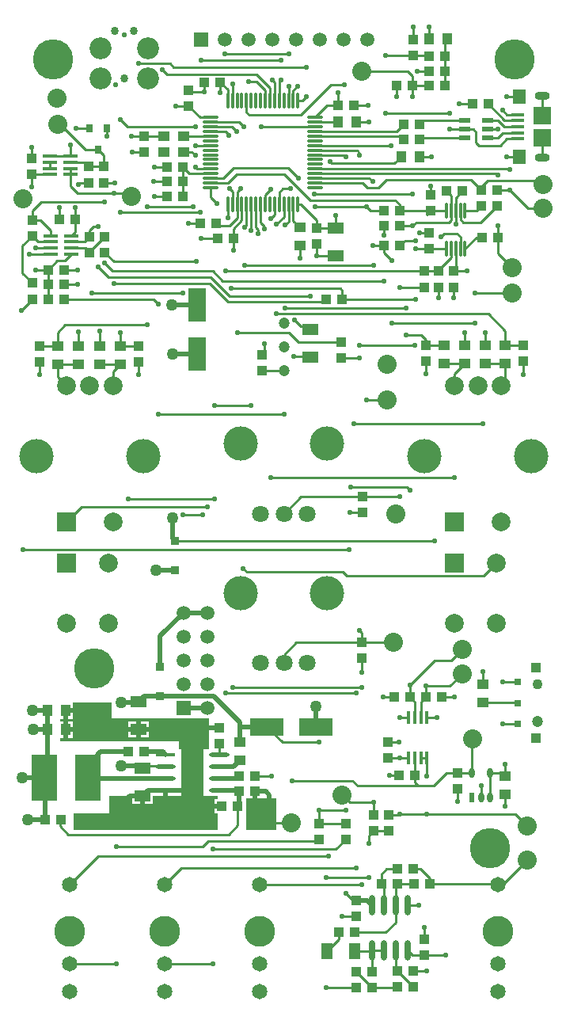
<source format=gtl>
G04*
G04 #@! TF.GenerationSoftware,Altium Limited,CircuitStudio,1.5.1 (13)*
G04*
G04 Layer_Physical_Order=1*
G04 Layer_Color=11767835*
%FSLAX44Y44*%
%MOMM*%
G71*
G01*
G75*
%ADD10R,0.4318X1.4224*%
%ADD11R,0.9500X0.9000*%
%ADD12R,1.3000X1.0500*%
%ADD13R,1.1999X0.5999*%
%ADD14R,1.1000X1.0000*%
%ADD15R,1.3500X0.4000*%
%ADD16R,1.4000X1.6000*%
%ADD17R,1.9000X1.9000*%
%ADD18R,1.0000X1.1000*%
%ADD19R,1.0500X1.3000*%
%ADD20R,1.5500X0.4500*%
%ADD21R,0.8000X0.9000*%
%ADD22R,1.7500X1.1500*%
%ADD23O,0.3000X1.7000*%
%ADD24R,2.7000X4.8999*%
%ADD25O,1.8000X0.3000*%
%ADD26O,0.3000X1.8000*%
%ADD27R,1.3000X1.1000*%
%ADD28O,0.6000X2.2000*%
%ADD29R,1.1500X1.7500*%
%ADD30R,3.5500X1.8500*%
%ADD31R,1.8500X3.5500*%
%ADD32O,2.1500X0.4500*%
%ADD33R,2.1500X0.4500*%
%ADD34R,2.4000X3.1000*%
%ADD35O,0.6000X1.1000*%
%ADD36R,0.6000X1.1000*%
%ADD37R,0.8000X0.8000*%
%ADD38R,1.0000X1.0000*%
%ADD39C,0.5080*%
%ADD40C,0.2540*%
%ADD41R,2.4384X5.3340*%
%ADD42R,3.2004X3.4290*%
%ADD43C,2.0320*%
%ADD44C,4.3000*%
%ADD45O,1.6000X0.9000*%
%ADD46R,2.0000X2.0000*%
%ADD47C,2.0000*%
%ADD48R,2.0000X2.0000*%
%ADD49C,3.6619*%
%ADD50C,1.5000*%
%ADD51R,1.5000X1.5000*%
%ADD52C,0.8636*%
%ADD53C,2.3368*%
%ADD54R,1.5000X1.5000*%
%ADD55C,1.2000*%
%ADD56C,1.8001*%
%ADD57C,1.6501*%
%ADD58C,3.3000*%
%ADD59C,1.1000*%
%ADD60C,0.5080*%
%ADD61C,0.5588*%
%ADD62C,1.2700*%
G36*
X367284Y580644D02*
Y563372D01*
X471170D01*
Y530606D01*
X439420D01*
Y539242D01*
X312166D01*
Y542648D01*
X315312D01*
Y551688D01*
Y560728D01*
X312166D01*
Y563222D01*
X315312D01*
Y572262D01*
X317852D01*
Y574802D01*
X325642D01*
Y580898D01*
X367030D01*
X367284Y580644D01*
D02*
G37*
G36*
X480568Y477440D02*
X477236D01*
Y472440D01*
X485276D01*
Y467360D01*
X477236D01*
Y462360D01*
X480568D01*
Y444754D01*
X326898D01*
Y462534D01*
X364236D01*
X364744Y463042D01*
Y481076D01*
X389014D01*
Y472514D01*
X397764D01*
Y480804D01*
X402844D01*
Y472514D01*
X411594D01*
Y481076D01*
X480568D01*
Y477440D01*
D02*
G37*
%LPC*%
G36*
X393700Y549384D02*
X384950D01*
Y543634D01*
X393700D01*
Y549384D01*
D02*
G37*
G36*
X325642Y549148D02*
X320392D01*
Y542648D01*
X325642D01*
Y549148D01*
D02*
G37*
G36*
X407530Y549384D02*
X398780D01*
Y543634D01*
X407530D01*
Y549384D01*
D02*
G37*
G36*
Y560214D02*
X398780D01*
Y554464D01*
X407530D01*
Y560214D01*
D02*
G37*
G36*
X325642Y569722D02*
X320392D01*
Y563222D01*
X325642D01*
Y569722D01*
D02*
G37*
G36*
Y560728D02*
X320392D01*
Y554228D01*
X325642D01*
Y560728D01*
D02*
G37*
G36*
X393700Y560214D02*
X384950D01*
Y554464D01*
X393700D01*
Y560214D01*
D02*
G37*
%LPD*%
D10*
X685194Y564769D02*
D03*
X691694D02*
D03*
X698194D02*
D03*
X704694D02*
D03*
Y521335D02*
D03*
X698194D02*
D03*
X691694D02*
D03*
X685194D02*
D03*
D11*
X419100Y618744D02*
D03*
Y587244D02*
D03*
X435102Y722118D02*
D03*
Y753618D02*
D03*
D12*
X764540Y580546D02*
D03*
Y600046D02*
D03*
X788416Y962338D02*
D03*
Y942838D02*
D03*
X744916Y962338D02*
D03*
Y942838D02*
D03*
X722869Y962338D02*
D03*
Y942838D02*
D03*
X331963Y942584D02*
D03*
Y962084D02*
D03*
X354417D02*
D03*
Y942584D02*
D03*
X766963Y962338D02*
D03*
Y942838D02*
D03*
X309510Y942584D02*
D03*
Y962084D02*
D03*
X376870Y942584D02*
D03*
Y962084D02*
D03*
X504190Y538070D02*
D03*
Y518570D02*
D03*
X788416Y502256D02*
D03*
Y482756D02*
D03*
X568960Y1088488D02*
D03*
Y1068988D02*
D03*
D13*
X769673Y1184300D02*
D03*
Y1193800D02*
D03*
Y1203299D02*
D03*
X744675D02*
D03*
Y1193800D02*
D03*
Y1184300D02*
D03*
D14*
X696586Y1182624D02*
D03*
X679586D02*
D03*
X696586Y1198372D02*
D03*
X679586D02*
D03*
X752992Y1220470D02*
D03*
X769992D02*
D03*
X723528Y1240012D02*
D03*
X706528D02*
D03*
X706528Y1271762D02*
D03*
X723528D02*
D03*
X689238Y1240012D02*
D03*
X672238D02*
D03*
X299602Y1011682D02*
D03*
X316602D02*
D03*
X316602Y1027430D02*
D03*
X299602D02*
D03*
X299602Y1043178D02*
D03*
X316602D02*
D03*
X328794Y1097534D02*
D03*
X311794D02*
D03*
X658504Y1106424D02*
D03*
X675504D02*
D03*
X658504Y1068832D02*
D03*
X675504D02*
D03*
X780406Y1077976D02*
D03*
X763406D02*
D03*
X703462Y586486D02*
D03*
X720462D02*
D03*
X686172D02*
D03*
X669172D02*
D03*
X723528Y1255760D02*
D03*
X706528D02*
D03*
X443602Y1137412D02*
D03*
X426602D02*
D03*
X443348Y1153414D02*
D03*
X426348D02*
D03*
X479416Y1092708D02*
D03*
X462416D02*
D03*
X609482Y1219454D02*
D03*
X626482D02*
D03*
X483734Y1243838D02*
D03*
X466734D02*
D03*
X658504Y1090168D02*
D03*
X675504D02*
D03*
X385200Y527812D02*
D03*
X402200D02*
D03*
X296554Y455168D02*
D03*
X313554D02*
D03*
X520310Y501650D02*
D03*
X503310D02*
D03*
X520310Y485902D02*
D03*
X503310D02*
D03*
X502276Y469900D02*
D03*
X485276D02*
D03*
X742306Y1127252D02*
D03*
X725306D02*
D03*
X480450Y1076452D02*
D03*
X497450D02*
D03*
X672710Y386588D02*
D03*
X655710D02*
D03*
X610498Y334772D02*
D03*
X627498D02*
D03*
X690508Y386588D02*
D03*
X707508D02*
D03*
X646040Y292608D02*
D03*
X629040D02*
D03*
X672982Y276352D02*
D03*
X689982D02*
D03*
X672728Y293624D02*
D03*
X689728D02*
D03*
X672728Y402844D02*
D03*
X689728D02*
D03*
X629040Y276098D02*
D03*
X646040D02*
D03*
X597036Y1011682D02*
D03*
X614036D02*
D03*
X426856Y1121410D02*
D03*
X443856D02*
D03*
X691506Y502920D02*
D03*
X674506D02*
D03*
D15*
X801290Y1183340D02*
D03*
Y1189840D02*
D03*
Y1196340D02*
D03*
Y1202840D02*
D03*
Y1209340D02*
D03*
D16*
X803540Y1164340D02*
D03*
Y1228340D02*
D03*
D17*
X828040Y1184340D02*
D03*
Y1208340D02*
D03*
D18*
X690000Y1289250D02*
D03*
Y1272250D02*
D03*
X588772Y451594D02*
D03*
Y434594D02*
D03*
X617982Y451594D02*
D03*
Y434594D02*
D03*
X359156Y1136532D02*
D03*
Y1153532D02*
D03*
X343154Y1136532D02*
D03*
Y1153532D02*
D03*
X281940Y1145168D02*
D03*
Y1162168D02*
D03*
X282448Y1079382D02*
D03*
Y1096382D02*
D03*
X282956Y1012072D02*
D03*
Y1029072D02*
D03*
X359918Y1061856D02*
D03*
Y1078856D02*
D03*
X343916Y1061856D02*
D03*
Y1078856D02*
D03*
X635254Y644770D02*
D03*
Y627770D02*
D03*
X636016Y800726D02*
D03*
Y783726D02*
D03*
X290068Y962074D02*
D03*
Y945074D02*
D03*
X807974Y962270D02*
D03*
Y945270D02*
D03*
X703580Y962270D02*
D03*
Y945270D02*
D03*
X396240Y962074D02*
D03*
Y945074D02*
D03*
X779272Y1128640D02*
D03*
Y1111640D02*
D03*
X762508Y1128640D02*
D03*
Y1111640D02*
D03*
X528066Y952618D02*
D03*
Y935618D02*
D03*
X449580Y1218574D02*
D03*
Y1235574D02*
D03*
X586740Y1088254D02*
D03*
Y1071254D02*
D03*
X482600Y553330D02*
D03*
Y536330D02*
D03*
X733298Y1041772D02*
D03*
Y1024772D02*
D03*
X402336Y1185790D02*
D03*
Y1168790D02*
D03*
X708152Y1123306D02*
D03*
Y1106306D02*
D03*
X707136Y1082920D02*
D03*
Y1065920D02*
D03*
X717296Y1024772D02*
D03*
Y1041772D02*
D03*
X737362Y505070D02*
D03*
Y488070D02*
D03*
X647954Y460874D02*
D03*
Y443874D02*
D03*
X663956Y460874D02*
D03*
Y443874D02*
D03*
X701548Y1024772D02*
D03*
Y1041772D02*
D03*
X612902Y949198D02*
D03*
Y966198D02*
D03*
X628904Y352180D02*
D03*
Y369180D02*
D03*
X701802Y327778D02*
D03*
Y310778D02*
D03*
X662432Y521090D02*
D03*
Y538090D02*
D03*
D19*
X726000Y1290000D02*
D03*
X706500D02*
D03*
X298352Y551688D02*
D03*
X317852D02*
D03*
X298352Y572262D02*
D03*
X317852D02*
D03*
X609502Y1201674D02*
D03*
X629002D02*
D03*
X677320Y1164336D02*
D03*
X696820D02*
D03*
D20*
X323416Y1145188D02*
D03*
Y1151688D02*
D03*
Y1158188D02*
D03*
Y1164688D02*
D03*
X300916Y1145188D02*
D03*
Y1151688D02*
D03*
Y1158188D02*
D03*
Y1164688D02*
D03*
X301932Y1079598D02*
D03*
Y1073098D02*
D03*
Y1066598D02*
D03*
Y1060098D02*
D03*
X324432Y1079598D02*
D03*
Y1073098D02*
D03*
Y1066598D02*
D03*
Y1060098D02*
D03*
D21*
X362306Y1194382D02*
D03*
X343306D02*
D03*
X352806Y1171882D02*
D03*
D22*
X579628Y949688D02*
D03*
Y979188D02*
D03*
X606806Y1088154D02*
D03*
Y1058654D02*
D03*
X396240Y551924D02*
D03*
Y581424D02*
D03*
X400304Y480804D02*
D03*
Y510304D02*
D03*
D23*
X745330Y1106858D02*
D03*
X740330D02*
D03*
X735330D02*
D03*
X730330D02*
D03*
X725330D02*
D03*
X745330Y1065858D02*
D03*
X740330D02*
D03*
X735330D02*
D03*
X730330D02*
D03*
X725330D02*
D03*
D24*
X341516Y499872D02*
D03*
X295516D02*
D03*
D25*
X473582Y1206154D02*
D03*
Y1201154D02*
D03*
Y1196154D02*
D03*
Y1191154D02*
D03*
Y1186154D02*
D03*
Y1181154D02*
D03*
Y1176154D02*
D03*
Y1171154D02*
D03*
Y1166154D02*
D03*
Y1161154D02*
D03*
Y1156154D02*
D03*
Y1151154D02*
D03*
Y1146154D02*
D03*
Y1141154D02*
D03*
Y1136154D02*
D03*
Y1131154D02*
D03*
X584582D02*
D03*
Y1136154D02*
D03*
Y1141154D02*
D03*
Y1146154D02*
D03*
Y1151154D02*
D03*
Y1156154D02*
D03*
Y1161154D02*
D03*
Y1166154D02*
D03*
Y1171154D02*
D03*
Y1176154D02*
D03*
Y1181154D02*
D03*
Y1186154D02*
D03*
Y1191154D02*
D03*
Y1196154D02*
D03*
Y1201154D02*
D03*
Y1206154D02*
D03*
D26*
X491582Y1113154D02*
D03*
X496582D02*
D03*
X501582D02*
D03*
X506582D02*
D03*
X511582D02*
D03*
X516582D02*
D03*
X521582D02*
D03*
X526582D02*
D03*
X531582D02*
D03*
X536582D02*
D03*
X541582D02*
D03*
X546582D02*
D03*
X551582D02*
D03*
X556582D02*
D03*
X561582D02*
D03*
X566582D02*
D03*
Y1224154D02*
D03*
X561582D02*
D03*
X556582D02*
D03*
X551582D02*
D03*
X546582D02*
D03*
X541582D02*
D03*
X536582D02*
D03*
X531582D02*
D03*
X526582D02*
D03*
X521582D02*
D03*
X516582D02*
D03*
X511582D02*
D03*
X506582D02*
D03*
X501582D02*
D03*
X496582D02*
D03*
X491582D02*
D03*
D27*
X423340Y1169294D02*
D03*
Y1185794D02*
D03*
X444340Y1169294D02*
D03*
Y1185794D02*
D03*
D28*
X684276Y363852D02*
D03*
X671576D02*
D03*
X658876D02*
D03*
X646176D02*
D03*
X684276Y315852D02*
D03*
X671576D02*
D03*
X658876D02*
D03*
X646176D02*
D03*
D29*
X626890Y314706D02*
D03*
X597390D02*
D03*
D30*
X533312Y554736D02*
D03*
X585812D02*
D03*
D31*
X458724Y953428D02*
D03*
Y1005928D02*
D03*
D32*
X482460Y487090D02*
D03*
Y499790D02*
D03*
Y512490D02*
D03*
Y525190D02*
D03*
X424960Y487090D02*
D03*
Y499790D02*
D03*
Y512490D02*
D03*
D33*
Y525190D02*
D03*
D34*
X453710Y506140D02*
D03*
D35*
X771856Y505044D02*
D03*
X752856D02*
D03*
X771856Y479044D02*
D03*
X762356D02*
D03*
D36*
X752856D02*
D03*
D37*
X802000Y557750D02*
D03*
Y580250D02*
D03*
Y602750D02*
D03*
D38*
X821001Y542750D02*
D03*
Y617750D02*
D03*
D39*
X447630Y487090D02*
X464820Y469900D01*
X424960Y487090D02*
X447630D01*
X406590D02*
X424960D01*
X400304Y480804D02*
X406590Y487090D01*
X413784Y551924D02*
X414782Y550926D01*
X536194Y469646D02*
Y481838D01*
X532130Y485902D02*
X536194Y481838D01*
X520310Y485902D02*
X532130D01*
X520310Y471542D02*
Y485902D01*
X277622Y455168D02*
X296554D01*
X585812Y554736D02*
Y576414D01*
X283210Y551688D02*
X298352D01*
X282702Y572262D02*
X298352D01*
X271272Y499872D02*
X295516D01*
X432562Y756158D02*
X435102Y753618D01*
X432562Y756158D02*
Y778002D01*
Y953008D02*
X458304D01*
X458724Y953428D01*
X504444Y554736D02*
X533312D01*
X296554Y455168D02*
Y498834D01*
X298352Y502708D02*
Y551688D01*
Y572262D01*
X341516Y499618D02*
X423100D01*
X482460Y512490D02*
X498110D01*
X504190Y518570D01*
X482460Y499790D02*
X501450D01*
X482460Y487090D02*
X500980D01*
X503310Y470934D02*
Y485902D01*
X422338Y527812D02*
X424960Y525190D01*
X402200Y527812D02*
X422338D01*
X341516Y499872D02*
Y513982D01*
X355600Y528066D01*
X385826D01*
X377444Y512572D02*
X398036D01*
X400304Y510304D01*
X377444Y580390D02*
X395206D01*
X443992Y676656D02*
X469392D01*
X443992Y575056D02*
X469392D01*
X396240Y581424D02*
X402060Y587244D01*
X419100D01*
Y618744D02*
Y651764D01*
X443992Y676656D01*
X628904Y369180D02*
X640848D01*
X646176Y363852D01*
X419100Y587248D02*
X476758D01*
X504190Y559816D01*
Y538070D02*
Y559816D01*
X414782Y722118D02*
X435102D01*
X431546Y1005840D02*
X458636D01*
X424960Y474200D02*
Y487090D01*
X465954Y553330D02*
X482600D01*
X463550Y550926D02*
X465954Y553330D01*
X386824Y480804D02*
X400304D01*
X375920Y469900D02*
X386824Y480804D01*
D40*
X310134Y1198880D02*
X312420D01*
X339418Y1171882D01*
X352806D01*
X586740Y432562D02*
X588772Y434594D01*
X470408Y432562D02*
X586740D01*
X464871Y427025D02*
X470408Y432562D01*
X492760Y439674D02*
X502276Y449190D01*
X320802Y439674D02*
X492760D01*
X312054Y448422D02*
X320802Y439674D01*
X372415Y427025D02*
X464871D01*
X812546Y1108964D02*
X829056D01*
X792988Y1128522D02*
X812546Y1108964D01*
X825246Y1138428D02*
X829056Y1134618D01*
X769112Y1138428D02*
X825246D01*
X762508Y1131824D02*
X769112Y1138428D01*
X762508Y1128640D02*
Y1131824D01*
X560578Y496824D02*
X625094D01*
X630428Y491490D01*
X695198D01*
X756158Y1018032D02*
X795782D01*
X667004Y986028D02*
X756158D01*
X658504Y1061838D02*
Y1068832D01*
Y1061838D02*
X667004Y1053338D01*
X675504Y1068832D02*
X681346Y1074674D01*
X692150D01*
X780406Y1060840D02*
X795782Y1045464D01*
X780406Y1060840D02*
Y1077976D01*
X639826Y903732D02*
X661670D01*
X632714Y657860D02*
X635254Y655320D01*
Y644770D02*
Y655320D01*
X612902Y949198D02*
X632714D01*
Y962152D02*
X691896D01*
X584708Y1110488D02*
X639826D01*
X660908Y1139444D02*
X751704D01*
X652780Y1131316D02*
X660908Y1139444D01*
X640842Y1131316D02*
X652780D01*
X730758Y625602D02*
X742188Y637032D01*
X712724Y625602D02*
X730758D01*
X686172Y599050D02*
X712724Y625602D01*
X729116Y598306D02*
X742188Y611378D01*
X703462Y598306D02*
X729116D01*
X613918Y481838D02*
X621792Y473964D01*
X647954D01*
X639826Y1110488D02*
X643890Y1106424D01*
X658504D01*
X636004Y1136154D02*
X640842Y1131316D01*
X584582Y1136154D02*
X636004D01*
X646430Y1068832D02*
X658504D01*
X642688Y1141154D02*
X646430Y1137412D01*
X584132Y1124204D02*
X689102D01*
X579628Y1117854D02*
X670814D01*
X675504Y1113164D01*
Y1106424D02*
Y1113164D01*
X584582Y1176154D02*
X666108D01*
X728590Y1193800D02*
X744675D01*
X660264Y1210446D02*
X728590D01*
X359156Y1136532D02*
X370958D01*
X328794Y1097534D02*
Y1109472D01*
X331470Y1134364D02*
X333638Y1136532D01*
X343154D01*
X323416Y1133020D02*
Y1145188D01*
Y1133020D02*
X331216Y1125220D01*
X370078D01*
X509270Y1088898D02*
X511582Y1091210D01*
Y1113154D01*
X606806Y1088154D02*
Y1101598D01*
X586740Y1057910D02*
Y1071254D01*
X587484Y1058654D02*
X606806D01*
X586740Y1088254D02*
X606706D01*
X586740D02*
Y1096010D01*
X569596Y1113154D02*
X586740Y1096010D01*
X566582Y1113154D02*
X569596D01*
X376682Y1203706D02*
X384048Y1196340D01*
X503948Y1201154D02*
X509016Y1196086D01*
X495994Y1196154D02*
X500888Y1191260D01*
X521970Y1252220D02*
X536582Y1237608D01*
X426466Y1252220D02*
X521970D01*
X421894Y1256792D02*
X426466Y1252220D01*
X451866Y1233288D02*
X466734D01*
X449580Y1235574D02*
X451866Y1233288D01*
X466734D02*
Y1243838D01*
X541582Y1224154D02*
Y1243784D01*
X536582Y1224154D02*
Y1237608D01*
X483734Y1232272D02*
Y1243838D01*
X571120Y1224154D02*
X575564Y1228598D01*
X566582Y1224154D02*
X571120D01*
X526982Y1196154D02*
X584582D01*
X473582Y1191154D02*
X489056D01*
X473582Y1196154D02*
X495994D01*
X473582Y1201154D02*
X503948D01*
X362306Y1185824D02*
Y1194382D01*
X384048Y1196340D02*
X456826D01*
X388484Y1185790D02*
X402336D01*
X453258Y1169294D02*
X456946Y1165606D01*
X444340Y1169294D02*
X453258D01*
X456826Y1176154D02*
X473582D01*
X658504Y1079872D02*
Y1090168D01*
X769992Y1220470D02*
X787622Y1202840D01*
X738632Y1220470D02*
X752992D01*
X782828Y1176020D02*
X790148Y1183340D01*
X760222Y1176020D02*
X782828D01*
X757174Y1179068D02*
X760222Y1176020D01*
X744675Y1193800D02*
X753872D01*
X757174Y1190498D01*
Y1179068D02*
Y1190498D01*
X696586Y1198372D02*
X701514Y1203299D01*
X744675D01*
X696586Y1182624D02*
X699228Y1179982D01*
X698262Y1184300D02*
X744675D01*
X769673Y1193800D02*
X780542D01*
X769673Y1203299D02*
X780694D01*
X787654Y1196340D01*
X769673Y1184300D02*
X780440D01*
X785980Y1189840D01*
X676056Y1186154D02*
X679586Y1182624D01*
X672368Y1191154D02*
X679586Y1198372D01*
X584582Y1191154D02*
X672368D01*
X584582Y1186154D02*
X676056D01*
X389518Y1168790D02*
X402336D01*
X537210Y821436D02*
X734000D01*
X537210Y1098042D02*
X541582Y1102414D01*
Y1113154D01*
X635254Y612902D02*
Y627770D01*
X564760Y644770D02*
X635254D01*
X551502Y631512D02*
X564760Y644770D01*
X551502Y622799D02*
Y631512D01*
X290068Y931418D02*
Y945074D01*
Y962074D02*
X309499D01*
X396240Y931418D02*
Y945074D01*
X376870Y962084D02*
X396230D01*
X703580Y931926D02*
Y945270D01*
Y962270D02*
X722801D01*
X807974Y930910D02*
Y945270D01*
X788416Y962338D02*
X807906D01*
X744916D02*
Y975802D01*
X766963Y962338D02*
Y975751D01*
X354417Y962084D02*
Y977813D01*
X331963Y962084D02*
Y977377D01*
X417391Y889323D02*
X551502D01*
X551367Y935618D02*
X551502Y935482D01*
X528066Y935618D02*
X551367D01*
X309510Y928490D02*
Y942584D01*
Y928490D02*
X319000Y919000D01*
X369000Y934714D02*
X376870Y942584D01*
X369000Y919000D02*
Y934714D01*
X354417Y942584D02*
X376870D01*
X309510D02*
X331963D01*
X757726Y1106858D02*
X762508Y1111640D01*
X745330Y1106858D02*
X757726D01*
X761610Y1093978D02*
X779272Y1111640D01*
X743204Y1093978D02*
X761610D01*
X740330Y1096852D02*
X743204Y1093978D01*
X740330Y1096852D02*
Y1106858D01*
X735330Y1120276D02*
X742306Y1127252D01*
X735330Y1106858D02*
Y1120276D01*
X725306Y1127252D02*
X730330Y1122228D01*
Y1106858D02*
Y1122228D01*
X757448Y1077976D02*
X763406D01*
X745330Y1065858D02*
X757448Y1077976D01*
X730330Y1056212D02*
Y1065858D01*
X717922Y1043804D02*
X730330Y1056212D01*
X722869Y942838D02*
X744916D01*
X734000Y919000D02*
Y931921D01*
X744916Y942838D01*
X788416Y923416D02*
Y942838D01*
X766963D02*
X788416D01*
X482600Y525330D02*
Y537830D01*
X400340Y512610D02*
X424840D01*
X312054Y448422D02*
Y455168D01*
X516960Y500190D02*
X517024Y500126D01*
X376870Y962084D02*
Y975802D01*
X534416Y452120D02*
X559308D01*
X385420Y798424D02*
X477774D01*
X520310Y501650D02*
X538226D01*
X502920Y485150D02*
X502960Y485190D01*
X502276Y449190D02*
Y469900D01*
X733298Y1041772D02*
X747150D01*
X779390Y1128522D02*
X792988D01*
X309510Y962084D02*
Y976514D01*
X780406Y1077976D02*
Y1090304D01*
X735330Y1043804D02*
Y1065858D01*
X733298Y1041772D02*
X735330Y1043804D01*
X319000Y774000D02*
X335194Y790194D01*
X470154D01*
X708704Y1106858D02*
X725330D01*
X707198Y1065858D02*
X725330D01*
X788416Y962338D02*
Y978154D01*
X646176Y292744D02*
Y315852D01*
X684276D02*
X689350Y310778D01*
X701802D01*
X672710Y386588D02*
X690508D01*
X661416Y402844D02*
X672728D01*
X655710Y397138D02*
X661416Y402844D01*
X655710Y386588D02*
Y397138D01*
X658876Y363852D02*
Y383422D01*
X655710Y386588D02*
X658876Y383422D01*
X671576Y363852D02*
Y385454D01*
X707508Y386588D02*
X780128D01*
X629040Y292608D02*
X645550Y276098D01*
X646040D01*
X672728D01*
Y293624D02*
X689982Y276370D01*
X597390Y314706D02*
Y321664D01*
X610498Y327814D02*
Y334772D01*
X597390Y314706D02*
X610498Y327814D01*
X627498Y334772D02*
X660654D01*
X671576Y345694D01*
Y363852D01*
Y294776D02*
Y315852D01*
X689728Y293624D02*
X704088D01*
X701802Y327778D02*
Y340360D01*
X684276Y363852D02*
X695836D01*
X701802Y310778D02*
X724272D01*
X596392Y276098D02*
X629040D01*
X626890Y314706D02*
X645030D01*
X646176Y315852D01*
X658876D01*
X525780Y386296D02*
X635254D01*
X424180D02*
X441744Y403860D01*
X322580Y301295D02*
X372415D01*
X424180D02*
X475793D01*
Y423672D02*
X607060D01*
X617982Y434594D01*
X658876Y315852D02*
Y323088D01*
X614054Y352180D02*
X628904D01*
X588772Y451594D02*
X617982D01*
X322580Y386296D02*
X352590Y416306D01*
X599186D01*
X588772Y451594D02*
Y465328D01*
X549822Y538226D02*
X588772D01*
X533312Y554736D02*
X549822Y538226D01*
X596392Y393954D02*
X642874D01*
X588772Y465328D02*
X617728D01*
X441744Y403860D02*
X628904D01*
X617728Y376682D02*
X625230Y369180D01*
X628904D01*
X647954Y443874D02*
X663956D01*
X642874Y430022D02*
Y438794D01*
X647954Y443874D01*
X435102Y753618D02*
X712978D01*
X663956Y460874D02*
X674996D01*
X309510Y976514D02*
X317246Y984250D01*
X405638D01*
X316602Y1043178D02*
X330708D01*
X316602Y1027430D02*
X330708D01*
X324432Y1073098D02*
X338158D01*
X343916Y1078856D01*
X324432Y1066598D02*
X339174D01*
X343916Y1061856D01*
X328794Y1083960D02*
Y1097534D01*
X324432Y1079598D02*
X328794Y1083960D01*
X311794Y1097534D02*
Y1110370D01*
X286056Y1066598D02*
X301932D01*
X299602Y1043178D02*
X309254Y1052830D01*
X317164D01*
X324432Y1060098D01*
X286056Y1043178D02*
X299602D01*
Y1011682D02*
Y1043178D01*
X279048Y1060098D02*
X301932D01*
X288732Y1073098D02*
X301932D01*
X282448Y1079382D02*
X288732Y1073098D01*
X272034Y1068968D02*
X282448Y1079382D01*
X272034Y1039994D02*
Y1068968D01*
Y1039994D02*
X282956Y1029072D01*
X316602Y1011682D02*
X412125D01*
X417391Y1006416D01*
X282448Y1096382D02*
X290966D01*
X301932Y1085416D01*
Y1079598D02*
Y1085416D01*
X271018Y1000134D02*
X282956Y1012072D01*
X272796Y743712D02*
X621030D01*
X343154Y1153532D02*
X359156D01*
X323416Y1158188D02*
X338498D01*
X343154Y1153532D01*
X323416Y1145188D02*
Y1151688D01*
X300916D02*
Y1158188D01*
X281960Y1145188D02*
X300916D01*
X281940Y1162168D02*
Y1173988D01*
Y1132078D02*
Y1145168D01*
X352806Y1171882D02*
X359156Y1165532D01*
Y1153532D02*
Y1165532D01*
X329110Y1194382D02*
X343306D01*
X300916Y1164688D02*
X323416D01*
Y1176856D01*
X489204Y591058D02*
X628904D01*
X343916Y1061856D02*
Y1062854D01*
X359918Y1078856D01*
X707508Y386588D02*
Y392820D01*
X689728Y402844D02*
X697484D01*
X707508Y392820D01*
X528066Y952618D02*
Y956564D01*
X496824Y597154D02*
X635254D01*
X765284Y716280D02*
X779000Y729996D01*
X618490Y716280D02*
X765284D01*
X614680Y720090D02*
X618490Y716280D01*
X511810Y720090D02*
X614680D01*
X443484Y781304D02*
X464566D01*
X346456Y1018032D02*
X443738D01*
X770382Y996188D02*
X788416Y978154D01*
X369706Y1052068D02*
X457708D01*
X282448Y1096382D02*
Y1106424D01*
X291846Y1115822D01*
X359664D01*
X343916Y1078856D02*
Y1085596D01*
X348234Y1089914D01*
X352552D01*
X359918Y1061856D02*
X369706Y1052068D01*
X556582Y1224154D02*
Y1239334D01*
X561582Y1224154D02*
Y1235190D01*
X565912Y1239520D01*
X584582Y1141154D02*
X642688D01*
X751704Y1139444D02*
X762508Y1128640D01*
X584582Y1151154D02*
X792454D01*
X584582Y1146154D02*
X778776D01*
X780406Y1144524D01*
X402336Y1185790D02*
X423336D01*
X444700Y1186154D02*
X473582D01*
X496582Y1224154D02*
Y1242072D01*
X462000Y1206154D02*
X473582D01*
X449580Y1218574D02*
X462000Y1206154D01*
X491582Y1224154D02*
Y1235990D01*
X483734Y1243838D02*
X491582Y1235990D01*
X436254Y1218574D02*
X449580D01*
X450608Y1146154D02*
X473582D01*
X443602Y1137412D02*
Y1153160D01*
X450608Y1146154D01*
X412750Y1153414D02*
X426348D01*
X412496Y1137412D02*
X426602D01*
X443602Y1121664D02*
Y1137412D01*
X412750Y1121410D02*
X426856D01*
X458952Y1151154D02*
X473582D01*
X456692Y1153414D02*
X458952Y1151154D01*
X704460Y1102614D02*
X708152Y1106306D01*
X675622D02*
X708152D01*
X491998Y1008888D02*
X594242D01*
X597036Y1011682D01*
X614036D02*
X692268D01*
X569745Y800726D02*
X636016D01*
X551502Y782483D02*
X569745Y800726D01*
X622436Y783726D02*
X636016D01*
Y800726D02*
X675386D01*
X584582Y1206154D02*
X597882Y1219454D01*
X609482D01*
X584582Y1201154D02*
X608982D01*
X626482Y1219454D02*
X641350D01*
X629002Y1201674D02*
X642620D01*
X609482Y1219454D02*
Y1233052D01*
X561582Y1095866D02*
Y1113154D01*
Y1095866D02*
X568960Y1088488D01*
Y1055624D02*
Y1068988D01*
X516582Y1085034D02*
Y1113154D01*
X521582Y1088524D02*
Y1113154D01*
Y1088524D02*
X524002Y1086104D01*
Y1081532D02*
Y1086104D01*
X531582Y1113154D02*
Y1123148D01*
X537464Y1129030D01*
X562864Y989838D02*
X569468Y983234D01*
X575582D01*
X579628Y979188D01*
X526582Y1093684D02*
Y1113154D01*
Y1093684D02*
X530606Y1089660D01*
Y1086612D02*
Y1089660D01*
Y955158D02*
Y964184D01*
X528066Y952618D02*
X530606Y955158D01*
X508000Y723900D02*
X511810Y720090D01*
X477774Y898144D02*
X516636D01*
X489056Y1191154D02*
X493141Y1187069D01*
X405638Y1110742D02*
X454660D01*
X376870Y1104646D02*
X462534D01*
X647954Y460874D02*
Y473964D01*
X493776Y1014984D02*
X580136D01*
X509270Y1048004D02*
X647954D01*
X449834Y1092708D02*
X462416D01*
X462788Y1076452D02*
X480450D01*
X506582Y1096116D02*
Y1113154D01*
X497450Y1086984D02*
X506582Y1096116D01*
X497450Y1076452D02*
Y1086984D01*
X708152Y1123306D02*
Y1132840D01*
X675504Y1090168D02*
X689102D01*
X692912Y1093978D01*
X727710D01*
X730330Y1096598D01*
Y1106858D01*
X698194Y521335D02*
X704694D01*
Y502314D02*
Y521335D01*
X675230Y461108D02*
X704694D01*
X691694Y503108D02*
Y521335D01*
X664210Y502920D02*
X674506D01*
X662432Y538090D02*
X674506D01*
X675259Y564769D02*
X685194D01*
X704694D02*
X715137D01*
X675513Y521335D02*
X685194D01*
X662432Y521090D02*
X675268D01*
X691694Y564769D02*
Y580964D01*
X686172Y586486D02*
X691694Y580964D01*
X698194Y564769D02*
Y581218D01*
X703462Y586486D01*
X720462D02*
X733552D01*
X657860D02*
X669172D01*
X546582Y1113154D02*
Y1126210D01*
X550418Y1130046D01*
X558546D01*
X584582Y1171154D02*
X630722D01*
X511582Y1211808D02*
Y1224154D01*
Y1211808D02*
X514604Y1208786D01*
X569722D01*
X551582Y1099968D02*
Y1113154D01*
X543814Y1092200D02*
X551582Y1099968D01*
X556582Y1094808D02*
Y1113154D01*
X552958Y1091184D02*
X556582Y1094808D01*
X543814Y996188D02*
X770382D01*
X552958Y1002538D02*
X681972D01*
X370078Y1125220D02*
X384810D01*
X388620Y1121410D01*
X562356Y950468D02*
X578848D01*
X566946Y966198D02*
X612902D01*
X557022Y976122D02*
X566946Y966198D01*
X686172Y586486D02*
Y599050D01*
X703462Y586486D02*
Y598306D01*
X630722Y1171154D02*
X632714Y1166114D01*
X584582Y1166154D02*
X615402D01*
X682870Y811276D02*
X686172Y807974D01*
X623062Y811276D02*
X682870D01*
X703580Y962270D02*
Y968756D01*
X698500Y973836D02*
X703580Y968756D01*
X681990Y973836D02*
X698500D01*
X696820Y1164336D02*
X709168D01*
X669954Y1156970D02*
X677320Y1164336D01*
X602996Y1156970D02*
X669954D01*
X615402Y1166154D02*
X617728Y1163828D01*
X600964Y1159002D02*
X602996Y1156970D01*
X762356Y479044D02*
Y491846D01*
X788416Y469900D02*
Y482756D01*
X771856Y505044D02*
X785628D01*
X788416Y502256D01*
Y514350D01*
X737362Y505070D02*
X752830D01*
X737362Y475234D02*
Y488070D01*
X771856Y479044D02*
Y505044D01*
X691506Y495182D02*
Y502920D01*
Y495182D02*
X695198Y491490D01*
X711708D01*
X725288Y505070D01*
X737362D01*
X780420Y386296D02*
X785330D01*
X811530Y412496D01*
X704694Y461108D02*
X799240D01*
X811530Y448818D01*
X752856Y505044D02*
Y541274D01*
X764540Y600046D02*
Y613664D01*
X473582Y1141154D02*
X486342D01*
X497586Y1152398D01*
X555938D01*
X567182Y1141154D01*
X473582Y1136154D02*
X491502D01*
X501142Y1145794D01*
X551688D01*
X579628Y1117854D01*
X635254Y644770D02*
X668392D01*
X569722Y1208786D02*
X601726Y1240790D01*
X616458D01*
X626110Y878840D02*
X764540D01*
X717296Y1013206D02*
Y1024772D01*
X733298Y1012952D02*
Y1024772D01*
X692268Y1065920D02*
X707136D01*
X696350Y1082920D02*
X707136D01*
X735330Y1091946D02*
Y1106858D01*
X740330Y1065858D02*
Y1078404D01*
X736440Y1082294D02*
X740330Y1078404D01*
X723138Y1082294D02*
X736440D01*
X719328Y1078484D02*
X723138Y1082294D01*
X501582Y1098736D02*
Y1113154D01*
X491582Y1098642D02*
Y1113154D01*
X479416Y1092708D02*
X481702Y1090422D01*
X493268D01*
X501582Y1098736D01*
X701548Y1041772D02*
X717296D01*
X717922D02*
Y1043804D01*
X675386Y1024772D02*
X701548D01*
X489204Y1041772D02*
X701548D01*
X473582Y1121030D02*
Y1131154D01*
Y1121030D02*
X480314Y1114298D01*
X614036Y1011682D02*
Y1021216D01*
X612140Y1023112D02*
X614036Y1021216D01*
X486156Y1031494D02*
X658504D01*
X495046Y1023112D02*
X612140D01*
X370078Y1028954D02*
X471932D01*
X491998Y1008888D01*
X502158Y976122D02*
X557022D01*
X497450Y1064650D02*
Y1076452D01*
X473456Y1035304D02*
X493776Y1014984D01*
X352552Y1046734D02*
X363982Y1035304D01*
X473456D01*
X359664Y1050290D02*
X368046Y1041908D01*
X475742D01*
X486156Y1031494D01*
X501582Y1113154D02*
Y1126422D01*
X505460Y1130300D01*
X496582Y1113154D02*
Y1126986D01*
X493268Y1130300D02*
X496582Y1126986D01*
X787622Y1202840D02*
X801290D01*
X787654Y1196340D02*
X801290D01*
X785980Y1189840D02*
X801290D01*
X790148Y1183340D02*
X801290D01*
X790148Y1209340D02*
X801290D01*
X785876Y1213612D02*
X790148Y1209340D01*
X789690Y1228340D02*
X803540D01*
X789690Y1164340D02*
X803540D01*
X828040Y1163340D02*
Y1184340D01*
Y1208340D02*
Y1229340D01*
X488000Y1274072D02*
X556582D01*
X538808Y1246558D02*
X541582Y1243784D01*
X462600Y1267750D02*
X548250D01*
X531582Y1224154D02*
Y1235242D01*
X522074Y1244750D02*
X531582Y1235242D01*
X513400Y1244750D02*
X522074D01*
X546582Y1224154D02*
Y1244890D01*
X548250Y1246558D01*
X433500Y1260000D02*
X575564D01*
X429596Y1263904D02*
X433500Y1260000D01*
X396494Y1263904D02*
X429596D01*
X689238Y1228262D02*
Y1240012D01*
Y1250512D01*
X683974Y1255776D02*
X689238Y1250512D01*
X634492Y1255776D02*
X683974D01*
X672238Y1228762D02*
Y1240012D01*
X689238D02*
X706528D01*
X723528D02*
Y1255760D01*
X723528Y1255760D02*
Y1271762D01*
Y1287528D01*
X726000Y1290000D01*
X690000Y1289250D02*
Y1302750D01*
X706500Y1290000D02*
Y1302750D01*
X690000Y1272250D02*
X706040D01*
X660264D02*
X690000D01*
X693760Y1255760D02*
X706528D01*
X785750Y602750D02*
X802000D01*
X785750Y557750D02*
X802000D01*
X764540Y580546D02*
X801704D01*
D41*
X453898Y504952D02*
D03*
D42*
X527050Y461137D02*
D03*
D43*
X308610Y1226820D02*
D03*
X310134Y1198880D02*
D03*
X671068Y781812D02*
D03*
X661670Y903732D02*
D03*
X742188Y637032D02*
D03*
X613918Y481838D02*
D03*
X661670Y941832D02*
D03*
X742188Y611378D02*
D03*
X811530Y448818D02*
D03*
Y412496D02*
D03*
X559562Y452374D02*
D03*
X753618Y542036D02*
D03*
X829056Y1134618D02*
D03*
Y1108964D02*
D03*
X795782Y1045464D02*
D03*
Y1018032D02*
D03*
X634492Y1255776D02*
D03*
X388620Y1121410D02*
D03*
X272542Y1119378D02*
D03*
X668782Y645160D02*
D03*
D44*
X771906Y425196D02*
D03*
X348996Y616712D02*
D03*
X798200Y1268200D02*
D03*
X304800D02*
D03*
D45*
X828040Y1163340D02*
D03*
Y1229340D02*
D03*
D46*
X319000Y729996D02*
D03*
X734000D02*
D03*
D47*
X319000Y664996D02*
D03*
X364000Y729996D02*
D03*
Y664996D02*
D03*
X779000D02*
D03*
Y729996D02*
D03*
X734000Y664996D02*
D03*
X369000Y919000D02*
D03*
X344000D02*
D03*
X319000D02*
D03*
X369000Y774000D02*
D03*
X784000D02*
D03*
X734000Y919000D02*
D03*
X759000D02*
D03*
X784000D02*
D03*
D48*
X319000Y774000D02*
D03*
X734000D02*
D03*
D49*
X287000Y844000D02*
D03*
X401000D02*
D03*
X816000D02*
D03*
X702000D02*
D03*
X598002Y857485D02*
D03*
X505000D02*
D03*
Y697800D02*
D03*
X598002D02*
D03*
D50*
X640400Y1289050D02*
D03*
X615000D02*
D03*
X589600D02*
D03*
X564200D02*
D03*
X538800D02*
D03*
X513400D02*
D03*
X488000D02*
D03*
X469392Y575056D02*
D03*
X443992Y600456D02*
D03*
X469392D02*
D03*
X443992Y625856D02*
D03*
X469392D02*
D03*
X443992Y651256D02*
D03*
X469392D02*
D03*
X443992Y676656D02*
D03*
X469392D02*
D03*
D51*
X462600Y1289050D02*
D03*
D52*
X380746Y1247902D02*
D03*
X390906Y1298702D02*
D03*
X370586D02*
D03*
D53*
X355346Y1247902D02*
D03*
X406146D02*
D03*
Y1279652D02*
D03*
X355346D02*
D03*
D54*
X443992Y575056D02*
D03*
D55*
X551502Y986282D02*
D03*
Y935482D02*
D03*
Y960882D02*
D03*
X822800Y560250D02*
D03*
D56*
X576501Y782483D02*
D03*
X551502D02*
D03*
X526501D02*
D03*
Y622799D02*
D03*
X551502D02*
D03*
X576501D02*
D03*
D57*
X525780Y386296D02*
D03*
Y301295D02*
D03*
Y271295D02*
D03*
X424180D02*
D03*
Y301295D02*
D03*
Y386296D02*
D03*
X322580D02*
D03*
Y301295D02*
D03*
Y271295D02*
D03*
X780420D02*
D03*
Y301295D02*
D03*
Y386296D02*
D03*
D58*
X525780Y336296D02*
D03*
X424180D02*
D03*
X322580D02*
D03*
X780420D02*
D03*
D59*
X822800Y600250D02*
D03*
D60*
X444500Y493268D02*
D03*
Y519430D02*
D03*
X462280D02*
D03*
Y493268D02*
D03*
D61*
X372415Y427025D02*
D03*
X560578Y496824D02*
D03*
X756158Y1018032D02*
D03*
Y986028D02*
D03*
X667004D02*
D03*
Y1053338D02*
D03*
X692150Y1074674D02*
D03*
X639826Y903732D02*
D03*
X632714Y657860D02*
D03*
X691896Y962152D02*
D03*
X584708Y1110488D02*
D03*
X599186Y416306D02*
D03*
X639826Y1110488D02*
D03*
X646430Y1137412D02*
D03*
Y1068832D02*
D03*
X658504Y1031494D02*
D03*
X584132Y1124204D02*
D03*
X567182Y1141154D02*
D03*
X666108Y1176154D02*
D03*
X728590Y1193800D02*
D03*
Y1210446D02*
D03*
X660264D02*
D03*
X370958Y1136532D02*
D03*
X328794Y1109472D02*
D03*
X331470Y1134364D02*
D03*
X370078Y1125220D02*
D03*
X509270Y1088898D02*
D03*
X606806Y1101598D02*
D03*
X376682Y1203706D02*
D03*
X500888Y1191260D02*
D03*
X493014Y1186942D02*
D03*
X466734Y1233288D02*
D03*
X421894Y1256792D02*
D03*
X483734Y1232272D02*
D03*
X575564Y1228598D02*
D03*
X362306Y1185824D02*
D03*
X456826Y1196340D02*
D03*
X388484Y1185790D02*
D03*
X456946Y1165606D02*
D03*
X456826Y1176154D02*
D03*
X658504Y1079872D02*
D03*
X738632Y1220470D02*
D03*
X780542Y1193800D02*
D03*
X389518Y1168790D02*
D03*
X734000Y821436D02*
D03*
X537210D02*
D03*
Y1098042D02*
D03*
X635254Y612902D02*
D03*
X290068Y931418D02*
D03*
X396240D02*
D03*
X703580Y931926D02*
D03*
X807974Y930910D02*
D03*
X381254Y1294638D02*
D03*
X371856Y1241298D02*
D03*
X744916Y975802D02*
D03*
X766963Y975751D02*
D03*
X354417Y977813D02*
D03*
X331963Y977377D02*
D03*
X417391Y1006416D02*
D03*
Y889323D02*
D03*
X551502D02*
D03*
X681972Y1002538D02*
D03*
X396494Y1263904D02*
D03*
X376870Y975802D02*
D03*
X792988Y1128522D02*
D03*
X780406Y1090304D02*
D03*
X385420Y798424D02*
D03*
X477774D02*
D03*
X538226Y501650D02*
D03*
X747150Y1041772D02*
D03*
X792988Y1150620D02*
D03*
X704088Y293624D02*
D03*
X701802Y340360D02*
D03*
X695836Y363852D02*
D03*
X724272Y310778D02*
D03*
X596392Y276098D02*
D03*
X372415Y301295D02*
D03*
X475793D02*
D03*
Y423672D02*
D03*
X614054Y352180D02*
D03*
X588772Y465328D02*
D03*
Y538226D02*
D03*
X596392Y393954D02*
D03*
X642874D02*
D03*
X617728Y465328D02*
D03*
X628904Y403860D02*
D03*
X617728Y376682D02*
D03*
X635254Y386296D02*
D03*
X642874Y430022D02*
D03*
X712978Y753618D02*
D03*
X675230Y461108D02*
D03*
X405638Y984250D02*
D03*
X330708Y1043178D02*
D03*
Y1027430D02*
D03*
X311794Y1109726D02*
D03*
X286056Y1066598D02*
D03*
Y1043178D02*
D03*
X279048Y1060098D02*
D03*
X271018Y1000134D02*
D03*
X272796Y743712D02*
D03*
X621030D02*
D03*
X281940Y1173988D02*
D03*
Y1132078D02*
D03*
X329110Y1194382D02*
D03*
X323416Y1176856D02*
D03*
X628904Y591058D02*
D03*
X489204D02*
D03*
X457708Y1052068D02*
D03*
X562864Y989838D02*
D03*
X635254Y597154D02*
D03*
X496824D02*
D03*
X464566Y781304D02*
D03*
X443484D02*
D03*
X443738Y1018032D02*
D03*
X346456D02*
D03*
X359664Y1115822D02*
D03*
Y1050290D02*
D03*
X352552Y1089914D02*
D03*
Y1046734D02*
D03*
X556582Y1239334D02*
D03*
X565912Y1239520D02*
D03*
X780406Y1144524D02*
D03*
X496582Y1242072D02*
D03*
X436254Y1218574D02*
D03*
X412750Y1153414D02*
D03*
X412496Y1137412D02*
D03*
X412750Y1121410D02*
D03*
X456692Y1153414D02*
D03*
X622436Y783726D02*
D03*
X675386Y800726D02*
D03*
X641350Y1219454D02*
D03*
X642620Y1201674D02*
D03*
X609482Y1233052D02*
D03*
X586740Y1057910D02*
D03*
X568960Y1055624D02*
D03*
X516582Y1085034D02*
D03*
X530606Y1086612D02*
D03*
Y964184D02*
D03*
X524002Y1081532D02*
D03*
X508000Y723900D02*
D03*
X477774Y898144D02*
D03*
X516636D02*
D03*
X509016Y1196086D02*
D03*
X454660Y1110742D02*
D03*
X405638D02*
D03*
X462534Y1104646D02*
D03*
X647954Y473964D02*
D03*
X580136Y1014984D02*
D03*
X509270Y1048004D02*
D03*
X647954D02*
D03*
X376870Y1104646D02*
D03*
X449834Y1092708D02*
D03*
X470154Y790194D02*
D03*
X462788Y1076452D02*
D03*
X708152Y1132840D02*
D03*
X689102Y1124204D02*
D03*
Y1090168D02*
D03*
X537464Y1129030D02*
D03*
X704694Y502314D02*
D03*
Y461108D02*
D03*
X664210Y502920D02*
D03*
X674506Y538090D02*
D03*
X675259Y564769D02*
D03*
X715137D02*
D03*
X675513Y521335D02*
D03*
X733552Y586486D02*
D03*
X657860D02*
D03*
X558546Y1130046D02*
D03*
X526982Y1196154D02*
D03*
X552958Y1091184D02*
D03*
X543814Y1092200D02*
D03*
Y996188D02*
D03*
X552958Y1002538D02*
D03*
X562356Y950468D02*
D03*
X502158Y976122D02*
D03*
X632714Y949198D02*
D03*
X686172Y599050D02*
D03*
X703462Y598306D02*
D03*
X632714Y1166114D02*
D03*
X686172Y807974D02*
D03*
X623062Y811276D02*
D03*
X632714Y962152D02*
D03*
X681990Y973836D02*
D03*
X709168Y1164336D02*
D03*
X617728Y1163828D02*
D03*
X600964Y1159002D02*
D03*
X762356Y491846D02*
D03*
X788416Y469900D02*
D03*
Y514350D02*
D03*
X737362Y475234D02*
D03*
X764540Y613664D02*
D03*
X616458Y1240790D02*
D03*
X764540Y878840D02*
D03*
X626110D02*
D03*
X717296Y1013206D02*
D03*
X733298Y1012952D02*
D03*
X692268Y1065920D02*
D03*
X696350Y1082920D02*
D03*
X735330Y1091946D02*
D03*
X719328Y1078484D02*
D03*
X491582Y1098642D02*
D03*
X692268Y1011682D02*
D03*
X675386Y1024772D02*
D03*
X489204Y1041772D02*
D03*
X480314Y1114298D02*
D03*
X497840Y1064260D02*
D03*
X370078Y1028954D02*
D03*
X495046Y1023112D02*
D03*
X505460Y1130300D02*
D03*
X493268D02*
D03*
X785876Y1213612D02*
D03*
X789690Y1228340D02*
D03*
Y1164340D02*
D03*
X556582Y1274072D02*
D03*
X488000D02*
D03*
X538808Y1246558D02*
D03*
X513400Y1244750D02*
D03*
X462600Y1267750D02*
D03*
X548250Y1246558D02*
D03*
Y1267750D02*
D03*
X575564Y1260000D02*
D03*
X672238Y1228762D02*
D03*
X689238Y1228262D02*
D03*
X690000Y1302750D02*
D03*
X706500D02*
D03*
X660264Y1272264D02*
D03*
X693760Y1255760D02*
D03*
X785750Y602750D02*
D03*
Y557750D02*
D03*
D62*
X277622Y455168D02*
D03*
X431546Y1005840D02*
D03*
X585812Y576414D02*
D03*
X283210Y551688D02*
D03*
X282702Y572262D02*
D03*
X271272Y499872D02*
D03*
X432562Y778002D02*
D03*
Y953008D02*
D03*
X464820Y453390D02*
D03*
Y469900D02*
D03*
X447040Y550926D02*
D03*
X463550Y536956D02*
D03*
X447294D02*
D03*
X518414Y469646D02*
D03*
X536194Y452120D02*
D03*
X518414D02*
D03*
X411480Y453390D02*
D03*
X429260D02*
D03*
Y469900D02*
D03*
X447040D02*
D03*
Y453390D02*
D03*
X337566Y571500D02*
D03*
X359410D02*
D03*
X431038Y550926D02*
D03*
X393700Y453390D02*
D03*
X340360D02*
D03*
X358140D02*
D03*
X375920D02*
D03*
X463550Y550926D02*
D03*
X414782D02*
D03*
X375920Y469900D02*
D03*
X359410Y548640D02*
D03*
X337566D02*
D03*
X536194Y469646D02*
D03*
X377444Y512572D02*
D03*
Y580390D02*
D03*
X414782Y722118D02*
D03*
M02*

</source>
